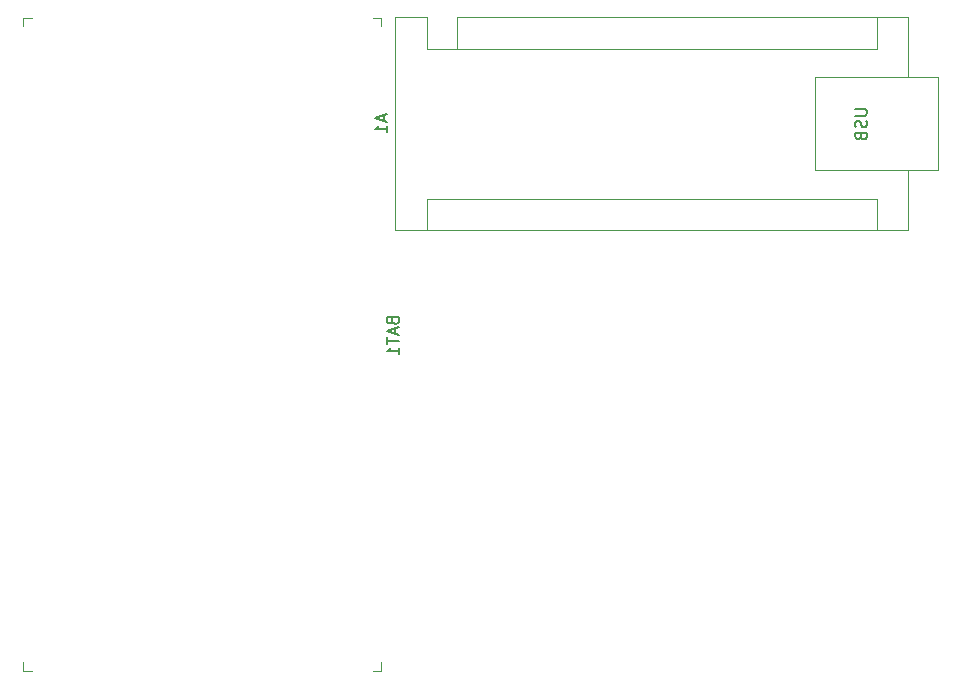
<source format=gbr>
%TF.GenerationSoftware,KiCad,Pcbnew,9.0.4*%
%TF.CreationDate,2025-11-18T21:20:37+01:00*%
%TF.ProjectId,Z_hler,5ae4686c-6572-42e6-9b69-6361645f7063,rev?*%
%TF.SameCoordinates,Original*%
%TF.FileFunction,Legend,Bot*%
%TF.FilePolarity,Positive*%
%FSLAX46Y46*%
G04 Gerber Fmt 4.6, Leading zero omitted, Abs format (unit mm)*
G04 Created by KiCad (PCBNEW 9.0.4) date 2025-11-18 21:20:37*
%MOMM*%
%LPD*%
G01*
G04 APERTURE LIST*
%ADD10C,0.150000*%
%ADD11C,0.120000*%
%ADD12C,0.100000*%
G04 APERTURE END LIST*
D10*
X82089104Y-59905714D02*
X82089104Y-60381904D01*
X82374819Y-59810476D02*
X81374819Y-60143809D01*
X81374819Y-60143809D02*
X82374819Y-60477142D01*
X82374819Y-61334285D02*
X82374819Y-60762857D01*
X82374819Y-61048571D02*
X81374819Y-61048571D01*
X81374819Y-61048571D02*
X81517676Y-60953333D01*
X81517676Y-60953333D02*
X81612914Y-60858095D01*
X81612914Y-60858095D02*
X81660533Y-60762857D01*
X122014819Y-59358095D02*
X122824342Y-59358095D01*
X122824342Y-59358095D02*
X122919580Y-59405714D01*
X122919580Y-59405714D02*
X122967200Y-59453333D01*
X122967200Y-59453333D02*
X123014819Y-59548571D01*
X123014819Y-59548571D02*
X123014819Y-59739047D01*
X123014819Y-59739047D02*
X122967200Y-59834285D01*
X122967200Y-59834285D02*
X122919580Y-59881904D01*
X122919580Y-59881904D02*
X122824342Y-59929523D01*
X122824342Y-59929523D02*
X122014819Y-59929523D01*
X122967200Y-60358095D02*
X123014819Y-60500952D01*
X123014819Y-60500952D02*
X123014819Y-60739047D01*
X123014819Y-60739047D02*
X122967200Y-60834285D01*
X122967200Y-60834285D02*
X122919580Y-60881904D01*
X122919580Y-60881904D02*
X122824342Y-60929523D01*
X122824342Y-60929523D02*
X122729104Y-60929523D01*
X122729104Y-60929523D02*
X122633866Y-60881904D01*
X122633866Y-60881904D02*
X122586247Y-60834285D01*
X122586247Y-60834285D02*
X122538628Y-60739047D01*
X122538628Y-60739047D02*
X122491009Y-60548571D01*
X122491009Y-60548571D02*
X122443390Y-60453333D01*
X122443390Y-60453333D02*
X122395771Y-60405714D01*
X122395771Y-60405714D02*
X122300533Y-60358095D01*
X122300533Y-60358095D02*
X122205295Y-60358095D01*
X122205295Y-60358095D02*
X122110057Y-60405714D01*
X122110057Y-60405714D02*
X122062438Y-60453333D01*
X122062438Y-60453333D02*
X122014819Y-60548571D01*
X122014819Y-60548571D02*
X122014819Y-60786666D01*
X122014819Y-60786666D02*
X122062438Y-60929523D01*
X122491009Y-61691428D02*
X122538628Y-61834285D01*
X122538628Y-61834285D02*
X122586247Y-61881904D01*
X122586247Y-61881904D02*
X122681485Y-61929523D01*
X122681485Y-61929523D02*
X122824342Y-61929523D01*
X122824342Y-61929523D02*
X122919580Y-61881904D01*
X122919580Y-61881904D02*
X122967200Y-61834285D01*
X122967200Y-61834285D02*
X123014819Y-61739047D01*
X123014819Y-61739047D02*
X123014819Y-61358095D01*
X123014819Y-61358095D02*
X122014819Y-61358095D01*
X122014819Y-61358095D02*
X122014819Y-61691428D01*
X122014819Y-61691428D02*
X122062438Y-61786666D01*
X122062438Y-61786666D02*
X122110057Y-61834285D01*
X122110057Y-61834285D02*
X122205295Y-61881904D01*
X122205295Y-61881904D02*
X122300533Y-61881904D01*
X122300533Y-61881904D02*
X122395771Y-61834285D01*
X122395771Y-61834285D02*
X122443390Y-61786666D01*
X122443390Y-61786666D02*
X122491009Y-61691428D01*
X122491009Y-61691428D02*
X122491009Y-61358095D01*
X82841009Y-77325714D02*
X82888628Y-77468571D01*
X82888628Y-77468571D02*
X82936247Y-77516190D01*
X82936247Y-77516190D02*
X83031485Y-77563809D01*
X83031485Y-77563809D02*
X83174342Y-77563809D01*
X83174342Y-77563809D02*
X83269580Y-77516190D01*
X83269580Y-77516190D02*
X83317200Y-77468571D01*
X83317200Y-77468571D02*
X83364819Y-77373333D01*
X83364819Y-77373333D02*
X83364819Y-76992381D01*
X83364819Y-76992381D02*
X82364819Y-76992381D01*
X82364819Y-76992381D02*
X82364819Y-77325714D01*
X82364819Y-77325714D02*
X82412438Y-77420952D01*
X82412438Y-77420952D02*
X82460057Y-77468571D01*
X82460057Y-77468571D02*
X82555295Y-77516190D01*
X82555295Y-77516190D02*
X82650533Y-77516190D01*
X82650533Y-77516190D02*
X82745771Y-77468571D01*
X82745771Y-77468571D02*
X82793390Y-77420952D01*
X82793390Y-77420952D02*
X82841009Y-77325714D01*
X82841009Y-77325714D02*
X82841009Y-76992381D01*
X83079104Y-77944762D02*
X83079104Y-78420952D01*
X83364819Y-77849524D02*
X82364819Y-78182857D01*
X82364819Y-78182857D02*
X83364819Y-78516190D01*
X82364819Y-78706667D02*
X82364819Y-79278095D01*
X83364819Y-78992381D02*
X82364819Y-78992381D01*
X83364819Y-80135238D02*
X83364819Y-79563810D01*
X83364819Y-79849524D02*
X82364819Y-79849524D01*
X82364819Y-79849524D02*
X82507676Y-79754286D01*
X82507676Y-79754286D02*
X82602914Y-79659048D01*
X82602914Y-79659048D02*
X82650533Y-79563810D01*
D11*
%TO.C,A1*%
X83060000Y-51600000D02*
X85730000Y-51600000D01*
X83060000Y-69640000D02*
X83060000Y-51600000D01*
X85730000Y-54270000D02*
X85730000Y-51600000D01*
X85730000Y-66970000D02*
X85730000Y-69640000D01*
X85730000Y-66970000D02*
X123830000Y-66970000D01*
X88270000Y-51600000D02*
X126500000Y-51600000D01*
X88270000Y-54270000D02*
X85730000Y-54270000D01*
X88270000Y-54270000D02*
X88270000Y-51600000D01*
X88270000Y-54270000D02*
X123830000Y-54270000D01*
X118620000Y-56680000D02*
X118620000Y-64560000D01*
X118620000Y-64560000D02*
X129040000Y-64560000D01*
X123830000Y-54270000D02*
X123830000Y-51600000D01*
X123830000Y-66970000D02*
X123830000Y-69640000D01*
X126500000Y-51600000D02*
X126500000Y-56680000D01*
X126500000Y-69640000D02*
X83060000Y-69640000D01*
X126500000Y-69640000D02*
X126500000Y-64560000D01*
X129040000Y-56680000D02*
X118620000Y-56680000D01*
X129040000Y-64560000D02*
X129040000Y-56680000D01*
D12*
%TO.C,BAT1*%
X51600000Y-51630000D02*
X51600000Y-52380000D01*
X51600000Y-106200000D02*
X51600000Y-106950000D01*
X52350000Y-51630000D02*
X51600000Y-51630000D01*
X52350000Y-106950000D02*
X51600000Y-106950000D01*
X81900000Y-51630000D02*
X81150000Y-51630000D01*
X81900000Y-51630000D02*
X81900000Y-52380000D01*
X81900000Y-106200000D02*
X81900000Y-106950000D01*
X81900000Y-106950000D02*
X81150000Y-106950000D01*
%TD*%
M02*

</source>
